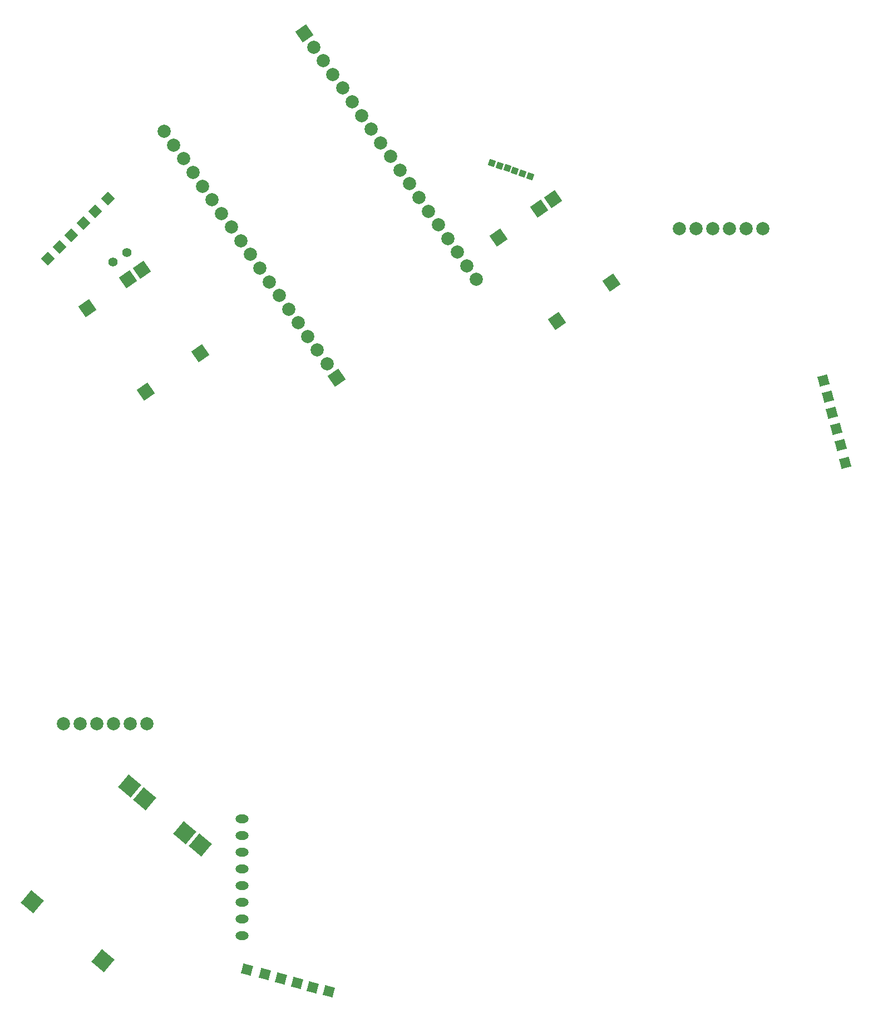
<source format=gbr>
%TF.GenerationSoftware,KiCad,Pcbnew,7.0.9-rc1*%
%TF.CreationDate,2023-11-05T19:21:47+02:00*%
%TF.ProjectId,projectA,70726f6a-6563-4744-912e-6b696361645f,rev?*%
%TF.SameCoordinates,PX5e5c173PY6474d3b*%
%TF.FileFunction,Soldermask,Bot*%
%TF.FilePolarity,Negative*%
%FSLAX46Y46*%
G04 Gerber Fmt 4.6, Leading zero omitted, Abs format (unit mm)*
G04 Created by KiCad (PCBNEW 7.0.9-rc1) date 2023-11-05 19:21:47*
%MOMM*%
%LPD*%
G01*
G04 APERTURE LIST*
G04 Aperture macros list*
%AMRotRect*
0 Rectangle, with rotation*
0 The origin of the aperture is its center*
0 $1 length*
0 $2 width*
0 $3 Rotation angle, in degrees counterclockwise*
0 Add horizontal line*
21,1,$1,$2,0,0,$3*%
G04 Aperture macros list end*
%ADD10O,2.000000X1.300000*%
%ADD11C,2.000000*%
%ADD12RotRect,1.524000X1.524000X225.000000*%
%ADD13RotRect,1.000000X1.000000X341.000000*%
%ADD14C,1.400000*%
%ADD15RotRect,2.000000X2.000000X305.000000*%
%ADD16RotRect,1.524000X1.524000X345.000000*%
%ADD17RotRect,2.500000X2.500000X50.000000*%
%ADD18RotRect,1.524000X1.524000X105.000000*%
%ADD19RotRect,2.000000X2.000000X35.000000*%
G04 APERTURE END LIST*
D10*
%TO.C,U11*%
X-24083406Y-59672952D03*
X-24083406Y-57132952D03*
X-24083406Y-54592952D03*
X-24083406Y-52052952D03*
X-24083406Y-49512952D03*
X-24083406Y-46972952D03*
X-24083406Y-44432952D03*
X-24083406Y-41892952D03*
%TD*%
D11*
%TO.C,U1*%
X55166653Y47916123D03*
X52626653Y47916123D03*
X50086653Y47916123D03*
X47546653Y47916123D03*
X45006653Y47916123D03*
X42466653Y47916123D03*
%TD*%
D12*
%TO.C,U3*%
X-44472558Y52506911D03*
X-46431244Y50548225D03*
X-48227295Y48752174D03*
X-50023347Y46956123D03*
X-51819398Y45160072D03*
X-53615449Y43364020D03*
%TD*%
D11*
%TO.C,U2*%
X-51263347Y-27413877D03*
X-48723347Y-27413877D03*
X-46183347Y-27413877D03*
X-43643347Y-27413877D03*
X-41103347Y-27413877D03*
X-38563347Y-27413877D03*
%TD*%
D13*
%TO.C,U10*%
X13920959Y57957004D03*
X15102857Y57550044D03*
X16284755Y57143084D03*
X17466653Y56736123D03*
X18648552Y56329163D03*
X19830450Y55922203D03*
%TD*%
D14*
%TO.C,JP1*%
X-41619407Y44293093D03*
X-43700053Y42836209D03*
%TD*%
D15*
%TO.C,U7*%
X-39313782Y41682980D03*
X-41394428Y40226095D03*
X-47636367Y35855443D03*
X-30423347Y28986123D03*
X-38745932Y23158586D03*
%TD*%
%TO.C,U6*%
X23272728Y52438320D03*
X21192082Y50981435D03*
X14950143Y46610783D03*
X32163163Y39741463D03*
X23840578Y33913926D03*
%TD*%
D16*
%TO.C,U4*%
X-23302413Y-64829548D03*
X-20626799Y-65546477D03*
X-18173347Y-66203877D03*
X-15719896Y-66861278D03*
X-13266444Y-67518678D03*
X-10812992Y-68176078D03*
%TD*%
D17*
%TO.C,U9*%
X-41173600Y-36894853D03*
X-38875467Y-38823216D03*
X-32747111Y-43965517D03*
X-30448978Y-45893880D03*
X-55957715Y-54513876D03*
X-45233093Y-63512902D03*
%TD*%
D18*
%TO.C,U5*%
X67750982Y12327057D03*
X67034053Y15002672D03*
X66376653Y17456123D03*
X65719252Y19909575D03*
X65061852Y22363026D03*
X64404452Y24816478D03*
%TD*%
D11*
%TO.C,U12*%
X-35898837Y62735720D03*
X-34441953Y60655074D03*
X-32985068Y58574428D03*
X-31528184Y56493782D03*
X-30071300Y54413135D03*
X-28614416Y52332489D03*
X-27157532Y50251843D03*
X-25700648Y48171197D03*
X-24243764Y46090551D03*
X-22786879Y44009904D03*
X-21329995Y41929258D03*
X-19873111Y39848612D03*
X-18416227Y37767966D03*
X-16959343Y35687320D03*
X-15502459Y33606673D03*
X-14045574Y31526027D03*
X-12588690Y29445381D03*
X-11131806Y27364735D03*
D19*
X-9674922Y25284089D03*
D11*
X11623031Y40197076D03*
X10166147Y42277722D03*
X8709263Y44358368D03*
X7252379Y46439015D03*
X5795495Y48519661D03*
X4338610Y50600307D03*
X2881726Y52680953D03*
X1424842Y54761599D03*
X-32042Y56842246D03*
X-1488926Y58922892D03*
X-2945810Y61003538D03*
X-4402695Y63084184D03*
X-5859579Y65164830D03*
X-7316463Y67245476D03*
X-8773347Y69326123D03*
X-10230231Y71406769D03*
X-11687115Y73487415D03*
X-13143999Y75568061D03*
D19*
X-14600884Y77648707D03*
%TD*%
M02*

</source>
